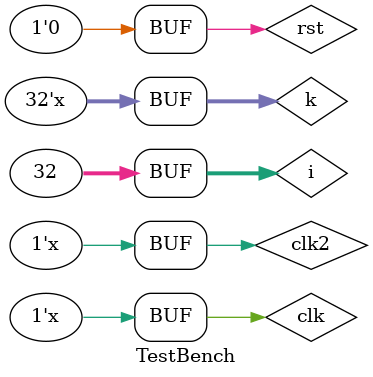
<source format=v>
`timescale 1ns/1ps
module TestBench;

reg clk;
reg clk2;
reg rst;

initial begin
    clk = 1;
	clk2 = 1;
    rst = 0;
    #0.1 rst = 1;
    #0.2 rst = 0;             
end

always #1	begin
    clk = ~clk;
	#0.1 clk2 = ~clk2;
end
	
multiMips multiMips(.clk(clk), .rst(rst));

integer k;
initial begin
	k = 0;
end

always @ (clk2, k) 
begin
	$display("Time  = %d, [clk] = %d", k, clk);		
	$display("[$s0] = %d, [$s1] = %d, [$s2] = %d", multiMips.regfile.regs[16], multiMips.regfile.regs[17], multiMips.regfile.regs[18]);	
	$display("[$s3] = %d, [$s4] = %d, [$s5] = %d", multiMips.regfile.regs[19], multiMips.regfile.regs[20], multiMips.regfile.regs[21]);
	$display("[$s6] = %d, [$s7] = %d, [$t0] = %d", multiMips.regfile.regs[22], multiMips.regfile.regs[23], multiMips.regfile.regs[8]);
	$display("[$t1] = %d, [$t2] = %d, [$t3] = %d", multiMips.regfile.regs[9],  multiMips.regfile.regs[10], multiMips.regfile.regs[11]);
	$display("[$t4] = %d, [$t5] = %d, [$t6] = %d", multiMips.regfile.regs[12], multiMips.regfile.regs[13], multiMips.regfile.regs[14]);
	$display("[$t7] = %d, [$t8] = %d, [$t9] = %d", multiMips.regfile.regs[15], multiMips.regfile.regs[24], multiMips.regfile.regs[25]);
	$display();
	if(clk == 0) begin
		k = k+1;
	end	
end

integer i;
initial
begin
	for(i = 0; i < 32; i = i + 1) begin
		multiMips.regfile.regs[i] = 32'b0;
	end
	
	for(i = 0; i < 512; i = i + 1) begin
		multiMips.Data_Memory.memory[i] = 256'b0;
	end
	
	for(i=0; i<32; i=i+1) begin
		multiMips.cache.cacheTag.memory[i] = 24'b0;     //24width, 32depth
		multiMips.cache.cacheData.memory[i] = 256'b0;  //256width, 32depth
	end
	/*
	multiMips.Data_Memory.memory[1][95:64]   = 32'hffffffff;
	multiMips.Data_Memory.memory[1][127:96]  = 32'd11;
	multiMips.Data_Memory.memory[1][159:128] = 32'd12;
	multiMips.Data_Memory.memory[1][191:160] = 32'd13;
	multiMips.Data_Memory.memory[1][223:192] = 32'd14;
              
	multiMips.Data_Memory.memory[1][255:224] = 32'd15;
	multiMips.Data_Memory.memory[2][31:0]    = 32'd16;
	multiMips.Data_Memory.memory[2][63:32]   = 32'd17;
	multiMips.Data_Memory.memory[2][95:64]   = 32'd18;
	multiMips.Data_Memory.memory[2][127:96]  = 32'd19;
	*/
end


endmodule

</source>
